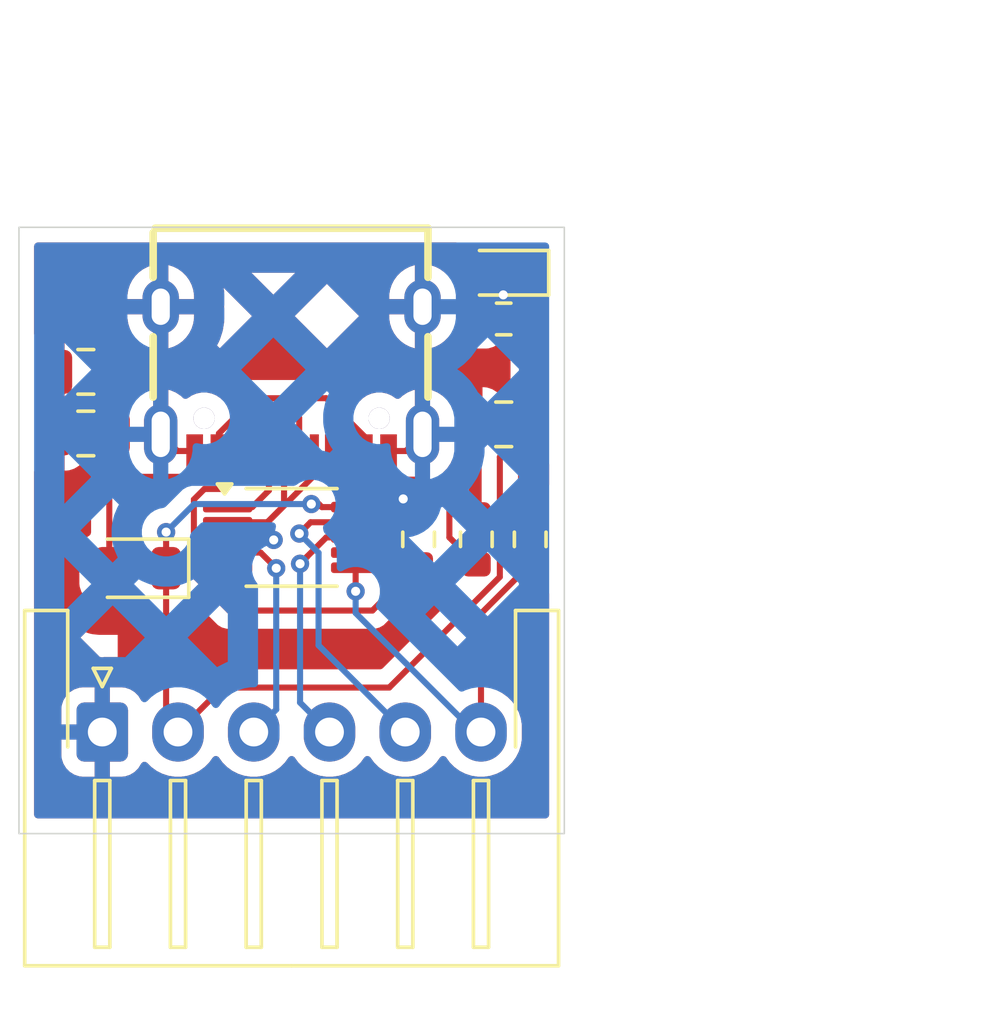
<source format=kicad_pcb>
(kicad_pcb (version 20241229) (generator "pcbnew") (generator_version "9.0")
  (layers (0 "F.Cu" signal) (2 "B.Cu" signal) (13 "F.Paste" user) (15 "B.Paste" user) (5 "F.SilkS" user "F.Silkscreen") (7 "B.SilkS" user "B.Silkscreen") (1 "F.Mask" user) (3 "B.Mask" user) (25 "Edge.Cuts" user))
  (net 0 "")
  (net 1 "/RX")
  (net 2 "/DTR")
  (net 3 "+5V")
  (net 4 "GND")
  (net 5 "VBUS")
  (net 6 "/TX")
  (net 7 "Net-(D4-A)")
  (net 9 "/RTS")
  (net 10 "Net-(U1-UD-)")
  (net 11 "Net-(USB1-CC1)")
  (net 12 "Net-(USB1-CC2)")
  (net 13 "Net-(U1-UD+)")
  (footprint "Capacitor_SMD:C_0805_2012Metric" (layer "F.Cu") (at 145.608 96.901 180)
    (property "Reference" "C8" (hide yes))
    (property "Value" "4.7uF")
    (fp_line (start -0.261252 0.735) (end 0.261252 0.735) (stroke (width 0.12)) (layer "F.SilkS"))
    (fp_line (start -0.261252 -0.735) (end 0.261252 -0.735) (stroke (width 0.12)) (layer "F.SilkS"))
    (pad "1" smd roundrect (at -0.95 0 180) (size 1 1.45) (layers "F.Cu" "F.Mask" "F.Paste") (net 5 "VBUS"))
    (pad "2" smd roundrect (at 0.95 0 180) (size 1 1.45) (layers "F.Cu" "F.Mask" "F.Paste") (net 4 "GND"))
  )
  (footprint "Capacitor_SMD:C_0805_2012Metric" (layer "F.Cu") (at 159.4 96.6)
    (property "Reference" "C10" (hide yes))
    (property "Value" "0.1uF")
    (fp_line (start -0.261252 -0.735) (end 0.261252 -0.735) (stroke (width 0.12)) (layer "F.SilkS"))
    (fp_line (start -0.261252 0.735) (end 0.261252 0.735) (stroke (width 0.12)) (layer "F.SilkS"))
    (pad "1" smd roundrect (at -0.95 0) (size 1 1.45) (layers "F.Cu" "F.Mask" "F.Paste") (net 4 "GND"))
    (pad "2" smd roundrect (at 0.95 0) (size 1 1.45) (layers "F.Cu" "F.Mask" "F.Paste") (net 3 "+5V"))
  )
  (footprint "Resistor_SMD:R_0603_1608Metric" (layer "F.Cu") (at 160.274 100.394 -90)
    (property "Reference" "R7" (hide yes))
    (property "Value" "4.7k")
    (fp_line (start -0.237258 0.5225) (end 0.237258 0.5225) (stroke (width 0.12)) (layer "F.SilkS"))
    (fp_line (start -0.237258 -0.5225) (end 0.237258 -0.5225) (stroke (width 0.12)) (layer "F.SilkS"))
    (pad "1" smd roundrect (at -0.825 0 270) (size 0.8 0.95) (layers "F.Cu" "F.Mask" "F.Paste") (net 4 "GND"))
    (pad "2" smd roundrect (at 0.825 0 270) (size 0.8 0.95) (layers "F.Cu" "F.Mask" "F.Paste") (net 2 "/DTR"))
  )
  (footprint "LED_SMD:LED_0603_1608Metric" (layer "F.Cu") (at 159.4 91.6 180)
    (property "Reference" "D4" (hide yes))
    (property "Value" "LED")
    (fp_line (start 0.8 -0.735) (end -1.485 -0.735) (stroke (width 0.12)) (layer "F.SilkS"))
    (fp_line (start -1.485 0.735) (end 0.8 0.735) (stroke (width 0.12)) (layer "F.SilkS"))
    (fp_line (start -1.485 -0.735) (end -1.485 0.735) (stroke (width 0.12)) (layer "F.SilkS"))
    (pad "1" smd roundrect (at -0.7875 0 180) (size 0.875 0.95) (layers "F.Cu" "F.Mask" "F.Paste") (net 4 "GND"))
    (pad "2" smd roundrect (at 0.7875 0 180) (size 0.875 0.95) (layers "F.Cu" "F.Mask" "F.Paste") (net 7 "Net-(D4-A)"))
  )
  (footprint "Diode_SMD:D_0805_2012Metric" (layer "F.Cu") (at 147.32 101.346 180)
    (property "Reference" "D2" (hide yes))
    (property "Value" "D_Schottky")
    (fp_line (start 1 -0.96) (end -1.685 -0.96) (stroke (width 0.12)) (layer "F.SilkS"))
    (fp_line (start -1.685 0.96) (end 1 0.96) (stroke (width 0.12)) (layer "F.SilkS"))
    (fp_line (start -1.685 -0.96) (end -1.685 0.96) (stroke (width 0.12)) (layer "F.SilkS"))
    (pad "1" smd roundrect (at -0.9375 0 180) (size 0.975 1.4) (layers "F.Cu" "F.Mask" "F.Paste") (net 3 "+5V"))
    (pad "2" smd roundrect (at 0.9375 0 180) (size 0.975 1.4) (layers "F.Cu" "F.Mask" "F.Paste") (net 5 "VBUS"))
  )
  (footprint "Resistor_SMD:R_0603_1608Metric" (layer "F.Cu") (at 159.4 93.124)
    (property "Reference" "R6" (hide yes))
    (property "Value" "R")
    (fp_line (start -0.237258 -0.5225) (end 0.237258 -0.5225) (stroke (width 0.12)) (layer "F.SilkS"))
    (fp_line (start -0.237258 0.5225) (end 0.237258 0.5225) (stroke (width 0.12)) (layer "F.SilkS"))
    (pad "1" smd roundrect (at -0.825 0) (size 0.8 0.95) (layers "F.Cu" "F.Mask" "F.Paste") (net 7 "Net-(D4-A)"))
    (pad "2" smd roundrect (at 0.825 0) (size 0.8 0.95) (layers "F.Cu" "F.Mask" "F.Paste") (net 3 "+5V"))
  )
  (footprint "Resistor_SMD:R_0603_1608Metric" (layer "F.Cu") (at 158.496 100.394 -90)
    (property "Reference" "R10" (hide yes))
    (property "Value" "5.1k")
    (fp_line (start -0.237258 0.5225) (end 0.237258 0.5225) (stroke (width 0.12)) (layer "F.SilkS"))
    (fp_line (start -0.237258 -0.5225) (end 0.237258 -0.5225) (stroke (width 0.12)) (layer "F.SilkS"))
    (pad "1" smd roundrect (at -0.825 0 270) (size 0.8 0.95) (layers "F.Cu" "F.Mask" "F.Paste") (net 4 "GND"))
    (pad "2" smd roundrect (at 0.825 0 270) (size 0.8 0.95) (layers "F.Cu" "F.Mask" "F.Paste") (net 11 "Net-(USB1-CC1)"))
  )
  (footprint "EasyEDA:USB-C-SMD_TYPE-C-6PIN-2MD-073" (layer "F.Cu") (at 152.4 95.1 180)
    (property "Reference" "USB1" (hide yes))
    (property "Value" "TYPE-C 16PIN 2MD(073)")
    (fp_line (start 4.57 4.82) (end 4.57 3.35) (stroke (width 0.25)) (layer "F.SilkS"))
    (fp_line (start 4.57 1.39) (end 4.57 -0.6) (stroke (width 0.25)) (layer "F.SilkS"))
    (fp_line (start 4.5 4.97) (end -4.5 4.97) (stroke (width 0.25)) (layer "F.SilkS"))
    (fp_line (start -4.5 4.97) (end -4.5 3.35) (stroke (width 0.25)) (layer "F.SilkS"))
    (fp_line (start -4.5 1.39) (end -4.5 -0.6) (stroke (width 0.25)) (layer "F.SilkS"))
    (pad "" thru_hole circle (at -2.89 -1.3 180) (size 0.7 0.7) (drill 0.7) (layers "*.Cu" "*.Mask"))
    (pad "" thru_hole circle (at 2.89 -1.3 180) (size 0.7 0.7) (drill 0.7) (layers "*.Cu" "*.Mask"))
    (pad "1" smd rect (at -3.2 -2.38 180) (size 0.55 1.1) (layers "F.Cu" "F.Mask" "F.Paste") (net 4 "GND"))
    (pad "2" smd rect (at -2.4 -2.38 180) (size 0.55 1.1) (layers "F.Cu" "F.Mask" "F.Paste") (net 5 "VBUS"))
    (pad "3" smd rect (at -1.75 -2.38 180) (size 0.3 1.1) (layers "F.Cu" "F.Mask" "F.Paste"))
    (pad "4" smd rect (at -1.25 -2.38 180) (size 0.3 1.1) (layers "F.Cu" "F.Mask" "F.Paste") (net 11 "Net-(USB1-CC1)"))
    (pad "5" smd rect (at -0.75 -2.38 180) (size 0.3 1.1) (layers "F.Cu" "F.Mask" "F.Paste") (net 10 "Net-(U1-UD-)"))
    (pad "6" smd rect (at -0.25 -2.38 180) (size 0.3 1.1) (layers "F.Cu" "F.Mask" "F.Paste") (net 13 "Net-(U1-UD+)"))
    (pad "7" smd rect (at 0.25 -2.38 180) (size 0.3 1.1) (layers "F.Cu" "F.Mask" "F.Paste") (net 10 "Net-(U1-UD-)"))
    (pad "8" smd rect (at 0.75 -2.38 180) (size 0.3 1.1) (layers "F.Cu" "F.Mask" "F.Paste") (net 13 "Net-(U1-UD+)"))
    (pad "9" smd rect (at 1.25 -2.38 180) (size 0.3 1.1) (layers "F.Cu" "F.Mask" "F.Paste"))
    (pad "10" smd rect (at 1.75 -2.38 180) (size 0.3 1.1) (layers "F.Cu" "F.Mask" "F.Paste") (net 12 "Net-(USB1-CC2)"))
    (pad "11" smd rect (at 2.4 -2.38 180) (size 0.55 1.1) (layers "F.Cu" "F.Mask" "F.Paste") (net 5 "VBUS"))
    (pad "12" smd rect (at 3.2 -2.38 180) (size 0.55 1.1) (layers "F.Cu" "F.Mask" "F.Paste") (net 4 "GND"))
    (pad "13" thru_hole oval (at -4.32 -1.83 180) (size 1.1 2) (drill oval 0.599999 1.499997) (layers "*.Cu" "*.Mask") (net 4 "GND"))
    (pad "13" thru_hole oval (at -4.32 2.38 180) (size 1.2 1.8) (drill oval 0.599999 1.199998) (layers "*.Cu" "*.Mask") (net 4 "GND"))
    (pad "14" thru_hole oval (at 4.32 -1.83 180) (size 1.1 2) (drill oval 0.599999 1.500022) (layers "*.Cu" "*.Mask") (net 4 "GND"))
    (pad "14" thru_hole oval (at 4.32 2.38 180) (size 1.2 1.8) (drill oval 0.599999 1.199998) (layers "*.Cu" "*.Mask") (net 4 "GND"))
  )
  (footprint "Connector_JST:JST_XH_S6B-XH-A-1_1x06_P2.50mm_Horizontal" (layer "F.Cu") (at 146.15 106.75)
    (property "Reference" "J1" (hide yes))
    (property "Value" "Conn_01x06_Pin")
    (fp_line (start -2.56 -4.01) (end -1.14 -4.01) (stroke (width 0.12)) (layer "F.SilkS"))
    (fp_line (start -2.56 7.71) (end -2.56 -4.01) (stroke (width 0.12)) (layer "F.SilkS"))
    (fp_line (start -1.14 -4.01) (end -1.14 0.49) (stroke (width 0.12)) (layer "F.SilkS"))
    (fp_line (start -0.3 -2.1) (end 0.3 -2.1) (stroke (width 0.12)) (layer "F.SilkS"))
    (fp_line (start -0.25 1.6) (end -0.25 7.1) (stroke (width 0.12)) (layer "F.SilkS"))
    (fp_line (start -0.25 7.1) (end 0.25 7.1) (stroke (width 0.12)) (layer "F.SilkS"))
    (fp_line (start 0 -1.5) (end -0.3 -2.1) (stroke (width 0.12)) (layer "F.SilkS"))
    (fp_line (start 0.25 1.6) (end -0.25 1.6) (stroke (width 0.12)) (layer "F.SilkS"))
    (fp_line (start 0.25 7.1) (end 0.25 1.6) (stroke (width 0.12)) (layer "F.SilkS"))
    (fp_line (start 0.3 -2.1) (end 0 -1.5) (stroke (width 0.12)) (layer "F.SilkS"))
    (fp_line (start 2.25 1.6) (end 2.25 7.1) (stroke (width 0.12)) (layer "F.SilkS"))
    (fp_line (start 2.25 7.1) (end 2.75 7.1) (stroke (width 0.12)) (layer "F.SilkS"))
    (fp_line (start 2.75 1.6) (end 2.25 1.6) (stroke (width 0.12)) (layer "F.SilkS"))
    (fp_line (start 2.75 7.1) (end 2.75 1.6) (stroke (width 0.12)) (layer "F.SilkS"))
    (fp_line (start 4.75 1.6) (end 4.75 7.1) (stroke (width 0.12)) (layer "F.SilkS"))
    (fp_line (start 4.75 7.1) (end 5.25 7.1) (stroke (width 0.12)) (layer "F.SilkS"))
    (fp_line (start 5.25 1.6) (end 4.75 1.6) (stroke (width 0.12)) (layer "F.SilkS"))
    (fp_line (start 5.25 7.1) (end 5.25 1.6) (stroke (width 0.12)) (layer "F.SilkS"))
    (fp_line (start 6.25 7.71) (end -2.56 7.71) (stroke (width 0.12)) (layer "F.SilkS"))
    (fp_line (start 6.25 7.71) (end 15.06 7.71) (stroke (width 0.12)) (layer "F.SilkS"))
    (fp_line (start 7.25 1.6) (end 7.25 7.1) (stroke (width 0.12)) (layer "F.SilkS"))
    (fp_line (start 7.25 7.1) (end 7.75 7.1) (stroke (width 0.12)) (layer "F.SilkS"))
    (fp_line (start 7.75 1.6) (end 7.25 1.6) (stroke (width 0.12)) (layer "F.SilkS"))
    (fp_line (start 7.75 7.1) (end 7.75 1.6) (stroke (width 0.12)) (layer "F.SilkS"))
    (fp_line (start 9.75 1.6) (end 9.75 7.1) (stroke (width 0.12)) (layer "F.SilkS"))
    (fp_line (start 9.75 7.1) (end 10.25 7.1) (stroke (width 0.12)) (layer "F.SilkS"))
    (fp_line (start 10.25 1.6) (end 9.75 1.6) (stroke (width 0.12)) (layer "F.SilkS"))
    (fp_line (start 10.25 7.1) (end 10.25 1.6) (stroke (width 0.12)) (layer "F.SilkS"))
    (fp_line (start 12.25 1.6) (end 12.25 7.1) (stroke (width 0.12)) (layer "F.SilkS"))
    (fp_line (start 12.25 7.1) (end 12.75 7.1) (stroke (width 0.12)) (layer "F.SilkS"))
    (fp_line (start 12.75 1.6) (end 12.25 1.6) (stroke (width 0.12)) (layer "F.SilkS"))
    (fp_line (start 12.75 7.1) (end 12.75 1.6) (stroke (width 0.12)) (layer "F.SilkS"))
    (fp_line (start 13.64 -4.01) (end 13.64 0.49) (stroke (width 0.12)) (layer "F.SilkS"))
    (fp_line (start 15.06 -4.01) (end 13.64 -4.01) (stroke (width 0.12)) (layer "F.SilkS"))
    (fp_line (start 15.06 7.71) (end 15.06 -4.01) (stroke (width 0.12)) (layer "F.SilkS"))
    (pad "1" thru_hole roundrect (at 0 0) (size 1.7 1.95) (drill 0.95) (layers "*.Cu" "*.Mask") (roundrect_rratio 0.147059) (net 4 "GND"))
    (pad "2" thru_hole oval (at 2.5 0) (size 1.7 1.95) (drill 0.95) (layers "*.Cu" "*.Mask") (net 3 "+5V"))
    (pad "3" thru_hole oval (at 5 0) (size 1.7 1.95) (drill 0.95) (layers "*.Cu" "*.Mask") (net 9 "/RTS"))
    (pad "4" thru_hole oval (at 7.5 0) (size 1.7 1.95) (drill 0.95) (layers "*.Cu" "*.Mask") (net 6 "/TX"))
    (pad "5" thru_hole oval (at 10 0) (size 1.7 1.95) (drill 0.95) (layers "*.Cu" "*.Mask") (net 1 "/RX"))
    (pad "6" thru_hole oval (at 12.5 0) (size 1.7 1.95) (drill 0.95) (layers "*.Cu" "*.Mask") (net 2 "/DTR"))
  )
  (footprint "Resistor_SMD:R_0603_1608Metric" (layer "F.Cu") (at 156.591 100.394 -90)
    (property "Reference" "R11" (hide yes))
    (property "Value" "5.1k")
    (fp_line (start -0.237258 0.5225) (end 0.237258 0.5225) (stroke (width 0.12)) (layer "F.SilkS"))
    (fp_line (start -0.237258 -0.5225) (end 0.237258 -0.5225) (stroke (width 0.12)) (layer "F.SilkS"))
    (pad "1" smd roundrect (at -0.825 0 270) (size 0.8 0.95) (layers "F.Cu" "F.Mask" "F.Paste") (net 4 "GND"))
    (pad "2" smd roundrect (at 0.825 0 270) (size 0.8 0.95) (layers "F.Cu" "F.Mask" "F.Paste") (net 12 "Net-(USB1-CC2)"))
  )
  (footprint "Capacitor_SMD:C_0805_2012Metric" (layer "F.Cu") (at 145.608 94.869)
    (property "Reference" "C9" (hide yes))
    (property "Value" "0.1uF")
    (fp_line (start -0.261252 -0.735) (end 0.261252 -0.735) (stroke (width 0.12)) (layer "F.SilkS"))
    (fp_line (start -0.261252 0.735) (end 0.261252 0.735) (stroke (width 0.12)) (layer "F.SilkS"))
    (pad "1" smd roundrect (at -0.95 0) (size 1 1.45) (layers "F.Cu" "F.Mask" "F.Paste") (net 4 "GND"))
    (pad "2" smd roundrect (at 0.95 0) (size 1 1.45) (layers "F.Cu" "F.Mask" "F.Paste") (net 5 "VBUS"))
  )
  (footprint "Package_SO:MSOP-10_3x3mm_P0.5mm" (layer "F.Cu") (at 152.4 100.33)
    (property "Reference" "U1" (hide yes))
    (property "Value" "CH340X")
    (fp_line (start 0 -1.61) (end -1.5 -1.61) (stroke (width 0.12)) (layer "F.SilkS"))
    (fp_line (start 0 -1.61) (end 1.5 -1.61) (stroke (width 0.12)) (layer "F.SilkS"))
    (fp_line (start 0 1.61) (end -1.5 1.61) (stroke (width 0.12)) (layer "F.SilkS"))
    (fp_line (start 0 1.61) (end 1.5 1.61) (stroke (width 0.12)) (layer "F.SilkS"))
    (fp_poly (pts (xy -2.2125 -1.435) (xy -2.4525 -1.765) (xy -1.9725 -1.765) (xy -2.2125 -1.435)) (stroke (width 0.12)) (fill yes) (layer "F.SilkS"))
    (pad "1" smd roundrect (at -2.1125 -1) (size 1.625 0.35) (layers "F.Cu" "F.Mask" "F.Paste") (net 13 "Net-(U1-UD+)"))
    (pad "2" smd roundrect (at -2.1125 -0.5) (size 1.625 0.35) (layers "F.Cu" "F.Mask" "F.Paste") (net 10 "Net-(U1-UD-)"))
    (pad "3" smd roundrect (at -2.1125 0) (size 1.625 0.35) (layers "F.Cu" "F.Mask" "F.Paste") (net 4 "GND"))
    (pad "4" smd roundrect (at -2.1125 0.5) (size 1.625 0.35) (layers "F.Cu" "F.Mask" "F.Paste") (net 9 "/RTS"))
    (pad "5" smd roundrect (at -2.1125 1) (size 1.625 0.35) (layers "F.Cu" "F.Mask" "F.Paste"))
    (pad "6" smd roundrect (at 2.1125 1) (size 1.625 0.35) (layers "F.Cu" "F.Mask" "F.Paste") (net 2 "/DTR"))
    (pad "7" smd roundrect (at 2.1125 0.5) (size 1.625 0.35) (layers "F.Cu" "F.Mask" "F.Paste") (net 3 "+5V"))
    (pad "8" smd roundrect (at 2.1125 0) (size 1.625 0.35) (layers "F.Cu" "F.Mask" "F.Paste") (net 6 "/TX"))
    (pad "9" smd roundrect (at 2.1125 -0.5) (size 1.625 0.35) (layers "F.Cu" "F.Mask" "F.Paste") (net 1 "/RX"))
    (pad "10" smd roundrect (at 2.1125 -1) (size 1.625 0.35) (layers "F.Cu" "F.Mask" "F.Paste") (net 3 "+5V"))
  )
  (gr_rect (start 143.4 90.1) (end 161.4 110.1) (stroke (width 0.05)) (fill no) (layer "Edge.Cuts"))
  (segment (start 152.654 100.203) (end 153.027 99.83) (width 0.2) (layer "F.Cu") (net 1))
  (segment (start 153.027 99.83) (end 154.5125 99.83) (width 0.2) (layer "F.Cu") (net 1))
  (via (at 152.654 100.203) (size 0.6) (drill 0.3) (layers "F.Cu" "B.Cu") (net 1))
  (segment (start 153.289 100.838) (end 153.289 103.889) (width 0.2) (layer "B.Cu") (net 1))
  (segment (start 153.289 103.889) (end 156.15 106.75) (width 0.2) (layer "B.Cu") (net 1))
  (segment (start 152.654 100.203) (end 153.289 100.838) (width 0.2) (layer "B.Cu") (net 1))
  (segment (start 152.654 100.203) (end 152.781 100.076) (width 0.2) (layer "B.Cu") (net 1))
  (segment (start 154.5125 102.108) (end 154.5125 101.33) (width 0.2) (layer "F.Cu") (net 2))
  (segment (start 154.432 102.0275) (end 154.432 102.017881) (width 0.2) (layer "F.Cu") (net 2))
  (segment (start 158.65 106.75) (end 158.65 102.843) (width 0.2) (layer "F.Cu") (net 2))
  (segment (start 154.5125 102.108) (end 154.432 102.0275) (width 0.2) (layer "F.Cu") (net 2))
  (segment (start 158.65 102.843) (end 160.274 101.219) (width 0.2) (layer "F.Cu") (net 2))
  (via (at 154.5125 102.108) (size 0.6) (drill 0.3) (layers "F.Cu" "B.Cu") (net 2))
  (segment (start 154.5125 102.108) (end 154.5125 102.8235) (width 0.2) (layer "B.Cu") (net 2))
  (segment (start 154.5125 102.8235) (end 158.439 106.75) (width 0.2) (layer "B.Cu") (net 2))
  (segment (start 158.439 106.75) (end 158.65 106.75) (width 0.2) (layer "B.Cu") (net 2))
  (segment (start 153.398641 99.33) (end 154.5125 99.33) (width 0.2) (layer "F.Cu") (net 3))
  (segment (start 160.225 93.124) (end 160.225 96.475) (width 0.2) (layer "F.Cu") (net 3))
  (segment (start 155.621064 105.283) (end 150.117 105.283) (width 0.2) (layer "F.Cu") (net 3))
  (segment (start 155.626 99.579152) (end 155.626 100.580848) (width 0.2) (layer "F.Cu") (net 3))
  (segment (start 154.5125 99.33) (end 155.376848 99.33) (width 0.2) (layer "F.Cu") (net 3))
  (segment (start 155.626 100.580848) (end 155.376848 100.83) (width 0.2) (layer "F.Cu") (net 3))
  (segment (start 155.376848 100.83) (end 154.5125 100.83) (width 0.2) (layer "F.Cu") (net 3))
  (segment (start 159.272 97.678) (end 159.272 101.632064) (width 0.2) (layer "F.Cu") (net 3))
  (segment (start 159.272 101.632064) (end 155.621064 105.283) (width 0.2) (layer "F.Cu") (net 3))
  (segment (start 153.298641 99.23) (end 153.398641 99.33) (width 0.2) (layer "F.Cu") (net 3))
  (segment (start 155.376848 99.33) (end 155.626 99.579152) (width 0.2) (layer "F.Cu") (net 3))
  (segment (start 160.35 96.6) (end 159.272 97.678) (width 0.2) (layer "F.Cu") (net 3))
  (segment (start 153.050528 99.23) (end 153.298641 99.23) (width 0.2) (layer "F.Cu") (net 3))
  (segment (start 148.2575 106.3575) (end 148.65 106.75) (width 0.2) (layer "F.Cu") (net 3))
  (segment (start 148.2575 100.1545) (end 148.2575 101.346) (width 0.2) (layer "F.Cu") (net 3))
  (segment (start 160.225 96.475) (end 160.35 96.6) (width 0.2) (layer "F.Cu") (net 3))
  (segment (start 150.117 105.283) (end 148.65 106.75) (width 0.2) (layer "F.Cu") (net 3))
  (segment (start 148.2575 101.346) (end 148.2575 106.3575) (width 0.2) (layer "F.Cu") (net 3))
  (via (at 153.050528 99.23) (size 0.6) (drill 0.3) (layers "F.Cu" "B.Cu") (net 3))
  (via (at 148.2575 100.1545) (size 0.6) (drill 0.3) (layers "F.Cu" "B.Cu") (net 3))
  (segment (start 149.182 99.23) (end 148.2575 100.1545) (width 0.2) (layer "B.Cu") (net 3))
  (segment (start 153.050528 99.23) (end 149.182 99.23) (width 0.2) (layer "B.Cu") (net 3))
  (segment (start 160.114 91.6) (end 160.1875 91.6) (width 0.2) (layer "F.Cu") (net 4))
  (segment (start 159.385 92.329) (end 160.114 91.6) (width 0.2) (layer "F.Cu") (net 4))
  (segment (start 151.72453 100.33) (end 151.808265 100.413735) (width 0.2) (layer "F.Cu") (net 4))
  (segment (start 148.63 97.48) (end 148.08 96.93) (width 0.2) (layer "F.Cu") (net 4))
  (segment (start 155.6 97.48) (end 156.17 97.48) (width 0.2) (layer "F.Cu") (net 4))
  (segment (start 149.2 97.48) (end 148.63 97.48) (width 0.2) (layer "F.Cu") (net 4))
  (segment (start 156.17 97.48) (end 156.72 96.93) (width 0.2) (layer "F.Cu") (net 4))
  (segment (start 150.2875 100.33) (end 151.72453 100.33) (width 0.2) (layer "F.Cu") (net 4))
  (segment (start 156.591 99.568) (end 156.083 99.06) (width 0.2) (layer "F.Cu") (net 4))
  (segment (start 156.591 99.569) (end 156.591 99.568) (width 0.2) (layer "F.Cu") (net 4))
  (via (at 156.083 99.06) (size 0.6) (drill 0.3) (layers "F.Cu" "B.Cu") (net 4))
  (via (at 151.808265 100.413735) (size 0.6) (drill 0.3) (layers "F.Cu" "B.Cu") (net 4))
  (via (at 159.385 92.329) (size 0.6) (drill 0.3) (layers "F.Cu" "B.Cu") (net 4))
  (segment (start 151.163364 95.738) (end 150 96.901364) (width 0.2) (layer "F.Cu") (net 5))
  (segment (start 154.8 96.997) (end 153.541 95.738) (width 0.2) (layer "F.Cu") (net 5))
  (segment (start 153.541 95.738) (end 151.163364 95.738) (width 0.2) (layer "F.Cu") (net 5))
  (segment (start 146.558 97.626) (end 146.558 96.901) (width 0.2) (layer "F.Cu") (net 5))
  (segment (start 146.3825 97.0765) (end 146.558 96.901) (width 0.2) (layer "F.Cu") (net 5))
  (segment (start 146.3825 101.346) (end 146.3825 97.0765) (width 0.2) (layer "F.Cu") (net 5))
  (segment (start 149.776 98.331) (end 147.263 98.331) (width 0.2) (layer "F.Cu") (net 5))
  (segment (start 154.8 97.48) (end 154.8 96.997) (width 0.2) (layer "F.Cu") (net 5))
  (segment (start 150 98.107) (end 149.776 98.331) (width 0.2) (layer "F.Cu") (net 5))
  (segment (start 150 97.48) (end 150 98.107) (width 0.2) (layer "F.Cu") (net 5))
  (segment (start 147.263 98.331) (end 146.558 97.626) (width 0.2) (layer "F.Cu") (net 5))
  (segment (start 150 96.901364) (end 150 97.48) (width 0.2) (layer "F.Cu") (net 5))
  (segment (start 146.558 94.869) (end 146.558 96.901) (width 0.2) (layer "F.Cu") (net 5))
  (segment (start 152.908 100.965) (end 153.543 100.33) (width 0.2) (layer "F.Cu") (net 6))
  (segment (start 152.678346 101.198815) (end 152.908 100.969161) (width 0.2) (layer "F.Cu") (net 6))
  (segment (start 152.908 100.969161) (end 152.908 100.965) (width 0.2) (layer "F.Cu") (net 6))
  (segment (start 153.543 100.33) (end 154.5125 100.33) (width 0.2) (layer "F.Cu") (net 6))
  (via (at 152.678346 101.198815) (size 0.6) (drill 0.3) (layers "F.Cu" "B.Cu") (net 6))
  (segment (start 152.678346 105.778346) (end 153.65 106.75) (width 0.2) (layer "B.Cu") (net 6))
  (segment (start 152.678346 101.198815) (end 152.678346 105.778346) (width 0.2) (layer "B.Cu") (net 6))
  (segment (start 158.6125 93.0865) (end 158.575 93.124) (width 0.2) (layer "F.Cu") (net 7))
  (segment (start 158.6125 91.6) (end 158.6125 93.0865) (width 0.2) (layer "F.Cu") (net 7))
  (segment (start 151.376 100.83) (end 150.2875 100.83) (width 0.2) (layer "F.Cu") (net 9))
  (segment (start 151.892 101.346) (end 151.376 100.83) (width 0.2) (layer "F.Cu") (net 9))
  (via (at 151.892 101.346) (size 0.6) (drill 0.3) (layers "F.Cu" "B.Cu") (net 9))
  (segment (start 151.15 106.75) (end 151.892 106.008) (width 0.2) (layer "B.Cu") (net 9))
  (segment (start 151.892 106.008) (end 151.892 101.346) (width 0.2) (layer "B.Cu") (net 9))
  (segment (start 151.602 99.83) (end 153.15 98.282) (width 0.2) (layer "F.Cu") (net 10))
  (segment (start 150.2875 99.83) (end 151.602 99.83) (width 0.2) (layer "F.Cu") (net 10))
  (segment (start 153.15 98.282) (end 153.15 97.48) (width 0.2) (layer "F.Cu") (net 10))
  (segment (start 152.15 97.48) (end 152.15 99.282) (width 0.2) (layer "F.Cu") (net 10))
  (segment (start 152.15 99.282) (end 151.602 99.83) (width 0.2) (layer "F.Cu") (net 10))
  (segment (start 153.65 98.282) (end 153.65 97.48) (width 0.2) (layer "F.Cu") (net 11))
  (segment (start 153.793 98.425) (end 153.65 98.282) (width 0.2) (layer "F.Cu") (net 11))
  (segment (start 157.607 99.395936) (end 156.636064 98.425) (width 0.2) (layer "F.Cu") (net 11))
  (segment (start 157.607 100.33) (end 157.607 99.395936) (width 0.2) (layer "F.Cu") (net 11))
  (segment (start 158.496 101.219) (end 157.607 100.33) (width 0.2) (layer "F.Cu") (net 11))
  (segment (start 156.636064 98.425) (end 153.793 98.425) (width 0.2) (layer "F.Cu") (net 11))
  (segment (start 149.174 99.079152) (end 149.521152 98.732) (width 0.2) (layer "F.Cu") (net 12))
  (segment (start 149.174 101.580848) (end 149.174 99.079152) (width 0.2) (layer "F.Cu") (net 12))
  (segment (start 149.521152 98.732) (end 150.175 98.732) (width 0.2) (layer "F.Cu") (net 12))
  (segment (start 155.067 102.743) (end 150.336152 102.743) (width 0.2) (layer "F.Cu") (net 12))
  (segment (start 150.65 98.257) (end 150.65 97.48) (width 0.2) (layer "F.Cu") (net 12))
  (segment (start 156.591 101.219) (end 155.067 102.743) (width 0.2) (layer "F.Cu") (net 12))
  (segment (start 150.175 98.732) (end 150.65 98.257) (width 0.2) (layer "F.Cu") (net 12))
  (segment (start 150.336152 102.743) (end 149.174 101.580848) (width 0.2) (layer "F.Cu") (net 12))
  (segment (start 152.65 96.389) (end 152.65 97.48) (width 0.2) (layer "F.Cu") (net 13))
  (segment (start 151.099999 99.33) (end 151.65 98.779999) (width 0.2) (layer "F.Cu") (net 13))
  (segment (start 152.638 97.492) (end 152.65 97.48) (width 0.2) (layer "F.Cu") (net 13))
  (segment (start 150.2875 99.33) (end 151.099999 99.33) (width 0.2) (layer "F.Cu") (net 13))
  (segment (start 151.65 97.48) (end 151.65 96.381) (width 0.2) (layer "F.Cu") (net 13))
  (segment (start 151.892 96.139) (end 152.4 96.139) (width 0.2) (layer "F.Cu") (net 13))
  (segment (start 151.65 96.381) (end 151.892 96.139) (width 0.2) (layer "F.Cu") (net 13))
  (segment (start 152.4 96.139) (end 152.65 96.389) (width 0.2) (layer "F.Cu") (net 13))
  (segment (start 151.65 98.779999) (end 151.65 97.48) (width 0.2) (layer "F.Cu") (net 13))
  (zone (net 4) (net_name "GND") (layers "F.Cu" "B.Cu") (connect_pads (clearance 0.5)) (min_thickness 0.25) (fill yes (mode hatch) (thermal_gap 0.5) (thermal_bridge_width 0.5) (island_removal_mode 2) (island_area_min 10) (hatch_thickness 1) (hatch_gap 1.5) (hatch_orientation 45) (hatch_border_algorithm hatch_thickness) (hatch_min_hole_area 0.3))
    (polygon (pts (xy 143.4 90.1) (xy 143.4 110.1) (xy 161.4 110.1) (xy 161.4 90.1)))
  )
)
</source>
